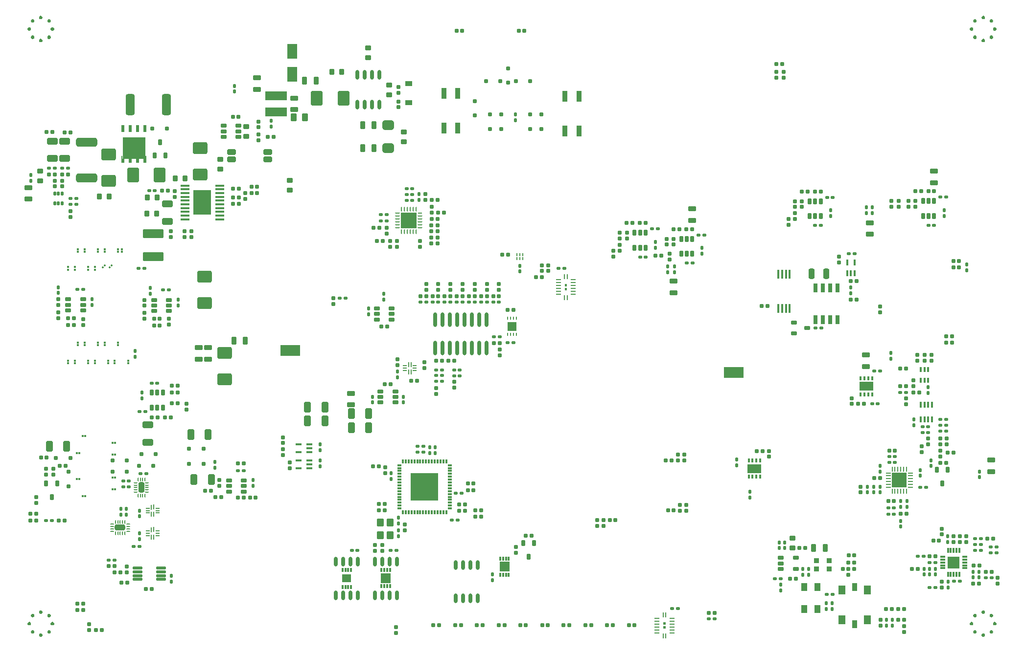
<source format=gbp>
G04*
G04 #@! TF.GenerationSoftware,Altium Limited,Altium Designer,19.1.6 (110)*
G04*
G04 Layer_Color=128*
%FSLAX44Y44*%
%MOMM*%
G71*
G01*
G75*
G04:AMPARAMS|DCode=24|XSize=0.6mm|YSize=0.6mm|CornerRadius=0.06mm|HoleSize=0mm|Usage=FLASHONLY|Rotation=0.000|XOffset=0mm|YOffset=0mm|HoleType=Round|Shape=RoundedRectangle|*
%AMROUNDEDRECTD24*
21,1,0.6000,0.4800,0,0,0.0*
21,1,0.4800,0.6000,0,0,0.0*
1,1,0.1200,0.2400,-0.2400*
1,1,0.1200,-0.2400,-0.2400*
1,1,0.1200,-0.2400,0.2400*
1,1,0.1200,0.2400,0.2400*
%
%ADD24ROUNDEDRECTD24*%
G04:AMPARAMS|DCode=25|XSize=0.5mm|YSize=0.6mm|CornerRadius=0.05mm|HoleSize=0mm|Usage=FLASHONLY|Rotation=270.000|XOffset=0mm|YOffset=0mm|HoleType=Round|Shape=RoundedRectangle|*
%AMROUNDEDRECTD25*
21,1,0.5000,0.5000,0,0,270.0*
21,1,0.4000,0.6000,0,0,270.0*
1,1,0.1000,-0.2500,-0.2000*
1,1,0.1000,-0.2500,0.2000*
1,1,0.1000,0.2500,0.2000*
1,1,0.1000,0.2500,-0.2000*
%
%ADD25ROUNDEDRECTD25*%
%ADD27R,0.2000X0.8100*%
%ADD28R,0.2000X0.9100*%
G04:AMPARAMS|DCode=29|XSize=0.6mm|YSize=0.6mm|CornerRadius=0.06mm|HoleSize=0mm|Usage=FLASHONLY|Rotation=270.000|XOffset=0mm|YOffset=0mm|HoleType=Round|Shape=RoundedRectangle|*
%AMROUNDEDRECTD29*
21,1,0.6000,0.4800,0,0,270.0*
21,1,0.4800,0.6000,0,0,270.0*
1,1,0.1200,-0.2400,-0.2400*
1,1,0.1200,-0.2400,0.2400*
1,1,0.1200,0.2400,0.2400*
1,1,0.1200,0.2400,-0.2400*
%
%ADD29ROUNDEDRECTD29*%
%ADD31R,0.3000X0.3100*%
G04:AMPARAMS|DCode=32|XSize=1mm|YSize=0.9mm|CornerRadius=0.1125mm|HoleSize=0mm|Usage=FLASHONLY|Rotation=180.000|XOffset=0mm|YOffset=0mm|HoleType=Round|Shape=RoundedRectangle|*
%AMROUNDEDRECTD32*
21,1,1.0000,0.6750,0,0,180.0*
21,1,0.7750,0.9000,0,0,180.0*
1,1,0.2250,-0.3875,0.3375*
1,1,0.2250,0.3875,0.3375*
1,1,0.2250,0.3875,-0.3375*
1,1,0.2250,-0.3875,-0.3375*
%
%ADD32ROUNDEDRECTD32*%
G04:AMPARAMS|DCode=40|XSize=0.5mm|YSize=0.6mm|CornerRadius=0.05mm|HoleSize=0mm|Usage=FLASHONLY|Rotation=0.000|XOffset=0mm|YOffset=0mm|HoleType=Round|Shape=RoundedRectangle|*
%AMROUNDEDRECTD40*
21,1,0.5000,0.5000,0,0,0.0*
21,1,0.4000,0.6000,0,0,0.0*
1,1,0.1000,0.2000,-0.2500*
1,1,0.1000,-0.2000,-0.2500*
1,1,0.1000,-0.2000,0.2500*
1,1,0.1000,0.2000,0.2500*
%
%ADD40ROUNDEDRECTD40*%
%ADD67R,3.7000X1.6000*%
G04:AMPARAMS|DCode=70|XSize=1mm|YSize=0.9mm|CornerRadius=0.1125mm|HoleSize=0mm|Usage=FLASHONLY|Rotation=270.000|XOffset=0mm|YOffset=0mm|HoleType=Round|Shape=RoundedRectangle|*
%AMROUNDEDRECTD70*
21,1,1.0000,0.6750,0,0,270.0*
21,1,0.7750,0.9000,0,0,270.0*
1,1,0.2250,-0.3375,-0.3875*
1,1,0.2250,-0.3375,0.3875*
1,1,0.2250,0.3375,0.3875*
1,1,0.2250,0.3375,-0.3875*
%
%ADD70ROUNDEDRECTD70*%
G04:AMPARAMS|DCode=71|XSize=1.8mm|YSize=1.15mm|CornerRadius=0.1438mm|HoleSize=0mm|Usage=FLASHONLY|Rotation=180.000|XOffset=0mm|YOffset=0mm|HoleType=Round|Shape=RoundedRectangle|*
%AMROUNDEDRECTD71*
21,1,1.8000,0.8625,0,0,180.0*
21,1,1.5125,1.1500,0,0,180.0*
1,1,0.2875,-0.7563,0.4313*
1,1,0.2875,0.7563,0.4313*
1,1,0.2875,0.7563,-0.4313*
1,1,0.2875,-0.7563,-0.4313*
%
%ADD71ROUNDEDRECTD71*%
%ADD74R,0.3100X0.3000*%
G04:AMPARAMS|DCode=98|XSize=2.5mm|YSize=2mm|CornerRadius=0.25mm|HoleSize=0mm|Usage=FLASHONLY|Rotation=90.000|XOffset=0mm|YOffset=0mm|HoleType=Round|Shape=RoundedRectangle|*
%AMROUNDEDRECTD98*
21,1,2.5000,1.5000,0,0,90.0*
21,1,2.0000,2.0000,0,0,90.0*
1,1,0.5000,0.7500,1.0000*
1,1,0.5000,0.7500,-1.0000*
1,1,0.5000,-0.7500,-1.0000*
1,1,0.5000,-0.7500,1.0000*
%
%ADD98ROUNDEDRECTD98*%
%ADD99R,3.5000X1.9000*%
G04:AMPARAMS|DCode=100|XSize=0.6mm|YSize=0.7mm|CornerRadius=0.075mm|HoleSize=0mm|Usage=FLASHONLY|Rotation=270.000|XOffset=0mm|YOffset=0mm|HoleType=Round|Shape=RoundedRectangle|*
%AMROUNDEDRECTD100*
21,1,0.6000,0.5500,0,0,270.0*
21,1,0.4500,0.7000,0,0,270.0*
1,1,0.1500,-0.2750,-0.2250*
1,1,0.1500,-0.2750,0.2250*
1,1,0.1500,0.2750,0.2250*
1,1,0.1500,0.2750,-0.2250*
%
%ADD100ROUNDEDRECTD100*%
G04:AMPARAMS|DCode=105|XSize=1.4mm|YSize=1mm|CornerRadius=0.125mm|HoleSize=0mm|Usage=FLASHONLY|Rotation=90.000|XOffset=0mm|YOffset=0mm|HoleType=Round|Shape=RoundedRectangle|*
%AMROUNDEDRECTD105*
21,1,1.4000,0.7500,0,0,90.0*
21,1,1.1500,1.0000,0,0,90.0*
1,1,0.2500,0.3750,0.5750*
1,1,0.2500,0.3750,-0.5750*
1,1,0.2500,-0.3750,-0.5750*
1,1,0.2500,-0.3750,0.5750*
%
%ADD105ROUNDEDRECTD105*%
%ADD191R,2.5000X2.5000*%
%ADD273R,0.7700X0.2000*%
G04:AMPARAMS|DCode=274|XSize=0.6mm|YSize=0.2mm|CornerRadius=0.075mm|HoleSize=0mm|Usage=FLASHONLY|Rotation=90.000|XOffset=0mm|YOffset=0mm|HoleType=Round|Shape=RoundedRectangle|*
%AMROUNDEDRECTD274*
21,1,0.6000,0.0500,0,0,90.0*
21,1,0.4500,0.2000,0,0,90.0*
1,1,0.1500,0.0250,0.2250*
1,1,0.1500,0.0250,-0.2250*
1,1,0.1500,-0.0250,-0.2250*
1,1,0.1500,-0.0250,0.2250*
%
%ADD274ROUNDEDRECTD274*%
G04:AMPARAMS|DCode=275|XSize=0.6mm|YSize=0.2mm|CornerRadius=0.05mm|HoleSize=0mm|Usage=FLASHONLY|Rotation=180.000|XOffset=0mm|YOffset=0mm|HoleType=Round|Shape=RoundedRectangle|*
%AMROUNDEDRECTD275*
21,1,0.6000,0.1000,0,0,180.0*
21,1,0.5000,0.2000,0,0,180.0*
1,1,0.1000,-0.2500,0.0500*
1,1,0.1000,0.2500,0.0500*
1,1,0.1000,0.2500,-0.0500*
1,1,0.1000,-0.2500,-0.0500*
%
%ADD275ROUNDEDRECTD275*%
G04:AMPARAMS|DCode=276|XSize=0.6mm|YSize=0.2mm|CornerRadius=0.075mm|HoleSize=0mm|Usage=FLASHONLY|Rotation=180.000|XOffset=0mm|YOffset=0mm|HoleType=Round|Shape=RoundedRectangle|*
%AMROUNDEDRECTD276*
21,1,0.6000,0.0500,0,0,180.0*
21,1,0.4500,0.2000,0,0,180.0*
1,1,0.1500,-0.2250,0.0250*
1,1,0.1500,0.2250,0.0250*
1,1,0.1500,0.2250,-0.0250*
1,1,0.1500,-0.2250,-0.0250*
%
%ADD276ROUNDEDRECTD276*%
G04:AMPARAMS|DCode=277|XSize=0.2mm|YSize=0.6mm|CornerRadius=0.075mm|HoleSize=0mm|Usage=FLASHONLY|Rotation=180.000|XOffset=0mm|YOffset=0mm|HoleType=Round|Shape=RoundedRectangle|*
%AMROUNDEDRECTD277*
21,1,0.2000,0.4500,0,0,180.0*
21,1,0.0500,0.6000,0,0,180.0*
1,1,0.1500,-0.0250,0.2250*
1,1,0.1500,0.0250,0.2250*
1,1,0.1500,0.0250,-0.2250*
1,1,0.1500,-0.0250,-0.2250*
%
%ADD277ROUNDEDRECTD277*%
G04:AMPARAMS|DCode=278|XSize=1mm|YSize=1.8mm|CornerRadius=0.25mm|HoleSize=0mm|Usage=FLASHONLY|Rotation=180.000|XOffset=0mm|YOffset=0mm|HoleType=Round|Shape=RoundedRectangle|*
%AMROUNDEDRECTD278*
21,1,1.0000,1.3000,0,0,180.0*
21,1,0.5000,1.8000,0,0,180.0*
1,1,0.5000,-0.2500,0.6500*
1,1,0.5000,0.2500,0.6500*
1,1,0.5000,0.2500,-0.6500*
1,1,0.5000,-0.2500,-0.6500*
%
%ADD278ROUNDEDRECTD278*%
G04:AMPARAMS|DCode=279|XSize=0.2mm|YSize=0.6mm|CornerRadius=0.075mm|HoleSize=0mm|Usage=FLASHONLY|Rotation=90.000|XOffset=0mm|YOffset=0mm|HoleType=Round|Shape=RoundedRectangle|*
%AMROUNDEDRECTD279*
21,1,0.2000,0.4500,0,0,90.0*
21,1,0.0500,0.6000,0,0,90.0*
1,1,0.1500,0.2250,0.0250*
1,1,0.1500,0.2250,-0.0250*
1,1,0.1500,-0.2250,-0.0250*
1,1,0.1500,-0.2250,0.0250*
%
%ADD279ROUNDEDRECTD279*%
G04:AMPARAMS|DCode=280|XSize=1mm|YSize=1.8mm|CornerRadius=0.25mm|HoleSize=0mm|Usage=FLASHONLY|Rotation=90.000|XOffset=0mm|YOffset=0mm|HoleType=Round|Shape=RoundedRectangle|*
%AMROUNDEDRECTD280*
21,1,1.0000,1.3000,0,0,90.0*
21,1,0.5000,1.8000,0,0,90.0*
1,1,0.5000,0.6500,0.2500*
1,1,0.5000,0.6500,-0.2500*
1,1,0.5000,-0.6500,-0.2500*
1,1,0.5000,-0.6500,0.2500*
%
%ADD280ROUNDEDRECTD280*%
G04:AMPARAMS|DCode=281|XSize=0.6mm|YSize=0.2mm|CornerRadius=0.05mm|HoleSize=0mm|Usage=FLASHONLY|Rotation=90.000|XOffset=0mm|YOffset=0mm|HoleType=Round|Shape=RoundedRectangle|*
%AMROUNDEDRECTD281*
21,1,0.6000,0.1000,0,0,90.0*
21,1,0.5000,0.2000,0,0,90.0*
1,1,0.1000,0.0500,0.2500*
1,1,0.1000,0.0500,-0.2500*
1,1,0.1000,-0.0500,-0.2500*
1,1,0.1000,-0.0500,0.2500*
%
%ADD281ROUNDEDRECTD281*%
%ADD282R,0.7500X0.2200*%
%ADD283R,0.2200X0.8100*%
%ADD284R,0.2200X0.9100*%
%ADD285R,0.2500X0.5250*%
G04:AMPARAMS|DCode=286|XSize=0.31mm|YSize=0.3mm|CornerRadius=0mm|HoleSize=0mm|Usage=FLASHONLY|Rotation=225.000|XOffset=0mm|YOffset=0mm|HoleType=Round|Shape=Rectangle|*
%AMROTATEDRECTD286*
4,1,4,0.0035,0.2157,0.2157,0.0035,-0.0035,-0.2157,-0.2157,-0.0035,0.0035,0.2157,0.0*
%
%ADD286ROTATEDRECTD286*%

G04:AMPARAMS|DCode=287|XSize=0.6mm|YSize=0.7mm|CornerRadius=0.075mm|HoleSize=0mm|Usage=FLASHONLY|Rotation=0.000|XOffset=0mm|YOffset=0mm|HoleType=Round|Shape=RoundedRectangle|*
%AMROUNDEDRECTD287*
21,1,0.6000,0.5500,0,0,0.0*
21,1,0.4500,0.7000,0,0,0.0*
1,1,0.1500,0.2250,-0.2750*
1,1,0.1500,-0.2250,-0.2750*
1,1,0.1500,-0.2250,0.2750*
1,1,0.1500,0.2250,0.2750*
%
%ADD287ROUNDEDRECTD287*%
G04:AMPARAMS|DCode=288|XSize=1.7mm|YSize=0.45mm|CornerRadius=0.1125mm|HoleSize=0mm|Usage=FLASHONLY|Rotation=180.000|XOffset=0mm|YOffset=0mm|HoleType=Round|Shape=RoundedRectangle|*
%AMROUNDEDRECTD288*
21,1,1.7000,0.2250,0,0,180.0*
21,1,1.4750,0.4500,0,0,180.0*
1,1,0.2250,-0.7375,0.1125*
1,1,0.2250,0.7375,0.1125*
1,1,0.2250,0.7375,-0.1125*
1,1,0.2250,-0.7375,-0.1125*
%
%ADD288ROUNDEDRECTD288*%
G04:AMPARAMS|DCode=289|XSize=1.8mm|YSize=1.15mm|CornerRadius=0.1438mm|HoleSize=0mm|Usage=FLASHONLY|Rotation=270.000|XOffset=0mm|YOffset=0mm|HoleType=Round|Shape=RoundedRectangle|*
%AMROUNDEDRECTD289*
21,1,1.8000,0.8625,0,0,270.0*
21,1,1.5125,1.1500,0,0,270.0*
1,1,0.2875,-0.4313,-0.7563*
1,1,0.2875,-0.4313,0.7563*
1,1,0.2875,0.4313,0.7563*
1,1,0.2875,0.4313,-0.7563*
%
%ADD289ROUNDEDRECTD289*%
%ADD290R,0.3500X1.5000*%
G04:AMPARAMS|DCode=291|XSize=0.6mm|YSize=1mm|CornerRadius=0.075mm|HoleSize=0mm|Usage=FLASHONLY|Rotation=0.000|XOffset=0mm|YOffset=0mm|HoleType=Round|Shape=RoundedRectangle|*
%AMROUNDEDRECTD291*
21,1,0.6000,0.8500,0,0,0.0*
21,1,0.4500,1.0000,0,0,0.0*
1,1,0.1500,0.2250,-0.4250*
1,1,0.1500,-0.2250,-0.4250*
1,1,0.1500,-0.2250,0.4250*
1,1,0.1500,0.2250,0.4250*
%
%ADD291ROUNDEDRECTD291*%
G04:AMPARAMS|DCode=292|XSize=2.5mm|YSize=2mm|CornerRadius=0.25mm|HoleSize=0mm|Usage=FLASHONLY|Rotation=180.000|XOffset=0mm|YOffset=0mm|HoleType=Round|Shape=RoundedRectangle|*
%AMROUNDEDRECTD292*
21,1,2.5000,1.5000,0,0,180.0*
21,1,2.0000,2.0000,0,0,180.0*
1,1,0.5000,-1.0000,0.7500*
1,1,0.5000,1.0000,0.7500*
1,1,0.5000,1.0000,-0.7500*
1,1,0.5000,-1.0000,-0.7500*
%
%ADD292ROUNDEDRECTD292*%
G04:AMPARAMS|DCode=293|XSize=1.3mm|YSize=0.8mm|CornerRadius=0.1mm|HoleSize=0mm|Usage=FLASHONLY|Rotation=90.000|XOffset=0mm|YOffset=0mm|HoleType=Round|Shape=RoundedRectangle|*
%AMROUNDEDRECTD293*
21,1,1.3000,0.6000,0,0,90.0*
21,1,1.1000,0.8000,0,0,90.0*
1,1,0.2000,0.3000,0.5500*
1,1,0.2000,0.3000,-0.5500*
1,1,0.2000,-0.3000,-0.5500*
1,1,0.2000,-0.3000,0.5500*
%
%ADD293ROUNDEDRECTD293*%
G04:AMPARAMS|DCode=294|XSize=0.6mm|YSize=1mm|CornerRadius=0.075mm|HoleSize=0mm|Usage=FLASHONLY|Rotation=90.000|XOffset=0mm|YOffset=0mm|HoleType=Round|Shape=RoundedRectangle|*
%AMROUNDEDRECTD294*
21,1,0.6000,0.8500,0,0,90.0*
21,1,0.4500,1.0000,0,0,90.0*
1,1,0.1500,0.4250,0.2250*
1,1,0.1500,0.4250,-0.2250*
1,1,0.1500,-0.4250,-0.2250*
1,1,0.1500,-0.4250,0.2250*
%
%ADD294ROUNDEDRECTD294*%
G04:AMPARAMS|DCode=295|XSize=1.4mm|YSize=1.2mm|CornerRadius=0.15mm|HoleSize=0mm|Usage=FLASHONLY|Rotation=270.000|XOffset=0mm|YOffset=0mm|HoleType=Round|Shape=RoundedRectangle|*
%AMROUNDEDRECTD295*
21,1,1.4000,0.9000,0,0,270.0*
21,1,1.1000,1.2000,0,0,270.0*
1,1,0.3000,-0.4500,-0.5500*
1,1,0.3000,-0.4500,0.5500*
1,1,0.3000,0.4500,0.5500*
1,1,0.3000,0.4500,-0.5500*
%
%ADD295ROUNDEDRECTD295*%
%ADD296O,0.6000X1.7000*%
%ADD297R,1.7000X1.7000*%
%ADD298R,0.3000X0.6500*%
G04:AMPARAMS|DCode=299|XSize=0.3mm|YSize=0.7mm|CornerRadius=0.075mm|HoleSize=0mm|Usage=FLASHONLY|Rotation=270.000|XOffset=0mm|YOffset=0mm|HoleType=Round|Shape=RoundedRectangle|*
%AMROUNDEDRECTD299*
21,1,0.3000,0.5500,0,0,270.0*
21,1,0.1500,0.7000,0,0,270.0*
1,1,0.1500,-0.2750,-0.0750*
1,1,0.1500,-0.2750,0.0750*
1,1,0.1500,0.2750,0.0750*
1,1,0.1500,0.2750,-0.0750*
%
%ADD299ROUNDEDRECTD299*%
G04:AMPARAMS|DCode=300|XSize=0.3mm|YSize=0.7mm|CornerRadius=0.075mm|HoleSize=0mm|Usage=FLASHONLY|Rotation=0.000|XOffset=0mm|YOffset=0mm|HoleType=Round|Shape=RoundedRectangle|*
%AMROUNDEDRECTD300*
21,1,0.3000,0.5500,0,0,0.0*
21,1,0.1500,0.7000,0,0,0.0*
1,1,0.1500,0.0750,-0.2750*
1,1,0.1500,-0.0750,-0.2750*
1,1,0.1500,-0.0750,0.2750*
1,1,0.1500,0.0750,0.2750*
%
%ADD300ROUNDEDRECTD300*%
%ADD301R,4.7000X4.7000*%
%ADD302R,0.3000X0.7000*%
%ADD303R,1.6000X1.4000*%
G04:AMPARAMS|DCode=304|XSize=1.6mm|YSize=3.65mm|CornerRadius=0.4mm|HoleSize=0mm|Usage=FLASHONLY|Rotation=90.000|XOffset=0mm|YOffset=0mm|HoleType=Round|Shape=RoundedRectangle|*
%AMROUNDEDRECTD304*
21,1,1.6000,2.8500,0,0,90.0*
21,1,0.8000,3.6500,0,0,90.0*
1,1,0.8000,1.4250,0.4000*
1,1,0.8000,1.4250,-0.4000*
1,1,0.8000,-1.4250,-0.4000*
1,1,0.8000,-1.4250,0.4000*
%
%ADD304ROUNDEDRECTD304*%
G04:AMPARAMS|DCode=305|XSize=1mm|YSize=1.5mm|CornerRadius=0.25mm|HoleSize=0mm|Usage=FLASHONLY|Rotation=90.000|XOffset=0mm|YOffset=0mm|HoleType=Round|Shape=RoundedRectangle|*
%AMROUNDEDRECTD305*
21,1,1.0000,1.0000,0,0,90.0*
21,1,0.5000,1.5000,0,0,90.0*
1,1,0.5000,0.5000,0.2500*
1,1,0.5000,0.5000,-0.2500*
1,1,0.5000,-0.5000,-0.2500*
1,1,0.5000,-0.5000,0.2500*
%
%ADD305ROUNDEDRECTD305*%
G04:AMPARAMS|DCode=306|XSize=3.6mm|YSize=1.5mm|CornerRadius=0.1875mm|HoleSize=0mm|Usage=FLASHONLY|Rotation=0.000|XOffset=0mm|YOffset=0mm|HoleType=Round|Shape=RoundedRectangle|*
%AMROUNDEDRECTD306*
21,1,3.6000,1.1250,0,0,0.0*
21,1,3.2250,1.5000,0,0,0.0*
1,1,0.3750,1.6125,-0.5625*
1,1,0.3750,-1.6125,-0.5625*
1,1,0.3750,-1.6125,0.5625*
1,1,0.3750,1.6125,0.5625*
%
%ADD306ROUNDEDRECTD306*%
G04:AMPARAMS|DCode=307|XSize=0.45mm|YSize=0.7mm|CornerRadius=0.0563mm|HoleSize=0mm|Usage=FLASHONLY|Rotation=180.000|XOffset=0mm|YOffset=0mm|HoleType=Round|Shape=RoundedRectangle|*
%AMROUNDEDRECTD307*
21,1,0.4500,0.5875,0,0,180.0*
21,1,0.3375,0.7000,0,0,180.0*
1,1,0.1125,-0.1688,0.2938*
1,1,0.1125,0.1688,0.2938*
1,1,0.1125,0.1688,-0.2938*
1,1,0.1125,-0.1688,-0.2938*
%
%ADD307ROUNDEDRECTD307*%
%ADD308O,0.2500X0.9000*%
%ADD309O,0.9000X0.2500*%
%ADD310R,0.4000X1.0000*%
%ADD311R,2.1000X2.1000*%
%ADD312R,0.8500X0.3000*%
%ADD313R,0.3000X0.8500*%
%ADD314R,0.4000X0.8500*%
%ADD315R,2.3500X1.6000*%
%ADD316R,0.3000X0.7000*%
G04:AMPARAMS|DCode=317|XSize=1.6mm|YSize=3.65mm|CornerRadius=0.4mm|HoleSize=0mm|Usage=FLASHONLY|Rotation=180.000|XOffset=0mm|YOffset=0mm|HoleType=Round|Shape=RoundedRectangle|*
%AMROUNDEDRECTD317*
21,1,1.6000,2.8500,0,0,180.0*
21,1,0.8000,3.6500,0,0,180.0*
1,1,0.8000,-0.4000,1.4250*
1,1,0.8000,0.4000,1.4250*
1,1,0.8000,0.4000,-1.4250*
1,1,0.8000,-0.4000,-1.4250*
%
%ADD317ROUNDEDRECTD317*%
%ADD318R,1.7000X2.5000*%
G04:AMPARAMS|DCode=319|XSize=1.7mm|YSize=2mm|CornerRadius=0.425mm|HoleSize=0mm|Usage=FLASHONLY|Rotation=90.000|XOffset=0mm|YOffset=0mm|HoleType=Round|Shape=RoundedRectangle|*
%AMROUNDEDRECTD319*
21,1,1.7000,1.1500,0,0,90.0*
21,1,0.8500,2.0000,0,0,90.0*
1,1,0.8500,0.5750,0.4250*
1,1,0.8500,0.5750,-0.4250*
1,1,0.8500,-0.5750,-0.4250*
1,1,0.8500,-0.5750,0.4250*
%
%ADD319ROUNDEDRECTD319*%
%ADD320R,1.2000X1.5000*%
%ADD321R,0.9000X1.4000*%
%ADD324R,1.0000X1.3500*%
G04:AMPARAMS|DCode=325|XSize=0.9mm|YSize=0.9mm|CornerRadius=0.1125mm|HoleSize=0mm|Usage=FLASHONLY|Rotation=0.000|XOffset=0mm|YOffset=0mm|HoleType=Round|Shape=RoundedRectangle|*
%AMROUNDEDRECTD325*
21,1,0.9000,0.6750,0,0,0.0*
21,1,0.6750,0.9000,0,0,0.0*
1,1,0.2250,0.3375,-0.3375*
1,1,0.2250,-0.3375,-0.3375*
1,1,0.2250,-0.3375,0.3375*
1,1,0.2250,0.3375,0.3375*
%
%ADD325ROUNDEDRECTD325*%
%ADD326R,1.6000X1.6000*%
%ADD327R,0.2500X0.6250*%
%ADD328R,0.9000X1.8400*%
G04:AMPARAMS|DCode=329|XSize=1.22mm|YSize=0.91mm|CornerRadius=0.1138mm|HoleSize=0mm|Usage=FLASHONLY|Rotation=180.000|XOffset=0mm|YOffset=0mm|HoleType=Round|Shape=RoundedRectangle|*
%AMROUNDEDRECTD329*
21,1,1.2200,0.6825,0,0,180.0*
21,1,0.9925,0.9100,0,0,180.0*
1,1,0.2275,-0.4963,0.3413*
1,1,0.2275,0.4963,0.3413*
1,1,0.2275,0.4963,-0.3413*
1,1,0.2275,-0.4963,-0.3413*
%
%ADD329ROUNDEDRECTD329*%
%ADD330R,0.2500X0.9000*%
%ADD331R,0.9000X0.2500*%
%ADD333O,0.7000X2.5000*%
%ADD334R,3.1000X4.3000*%
%ADD335R,1.6000X0.3600*%
%ADD336R,0.6500X1.5250*%
%ADD337R,0.3600X1.0000*%
%ADD338R,0.2550X0.5000*%
%ADD339R,0.6100X1.2700*%
%ADD340R,0.6100X0.7700*%
%ADD341R,3.9100X3.7500*%
G04:AMPARAMS|DCode=342|XSize=0.2393mm|YSize=0.7811mm|CornerRadius=0.0598mm|HoleSize=0mm|Usage=FLASHONLY|Rotation=180.000|XOffset=0mm|YOffset=0mm|HoleType=Round|Shape=RoundedRectangle|*
%AMROUNDEDRECTD342*
21,1,0.2393,0.6614,0,0,180.0*
21,1,0.1196,0.7811,0,0,180.0*
1,1,0.1196,-0.0598,0.3307*
1,1,0.1196,0.0598,0.3307*
1,1,0.1196,0.0598,-0.3307*
1,1,0.1196,-0.0598,-0.3307*
%
%ADD342ROUNDEDRECTD342*%
G04:AMPARAMS|DCode=343|XSize=0.7811mm|YSize=0.2393mm|CornerRadius=0.0598mm|HoleSize=0mm|Usage=FLASHONLY|Rotation=180.000|XOffset=0mm|YOffset=0mm|HoleType=Round|Shape=RoundedRectangle|*
%AMROUNDEDRECTD343*
21,1,0.7811,0.1196,0,0,180.0*
21,1,0.6614,0.2393,0,0,180.0*
1,1,0.1196,-0.3307,0.0598*
1,1,0.1196,0.3307,0.0598*
1,1,0.1196,0.3307,-0.0598*
1,1,0.1196,-0.3307,-0.0598*
%
%ADD343ROUNDEDRECTD343*%
%ADD344R,0.7811X0.2393*%
%ADD345R,2.7000X2.7000*%
G04:AMPARAMS|DCode=346|XSize=1.3mm|YSize=0.8mm|CornerRadius=0.1mm|HoleSize=0mm|Usage=FLASHONLY|Rotation=180.000|XOffset=0mm|YOffset=0mm|HoleType=Round|Shape=RoundedRectangle|*
%AMROUNDEDRECTD346*
21,1,1.3000,0.6000,0,0,180.0*
21,1,1.1000,0.8000,0,0,180.0*
1,1,0.2000,-0.5500,0.3000*
1,1,0.2000,0.5500,0.3000*
1,1,0.2000,0.5500,-0.3000*
1,1,0.2000,-0.5500,-0.3000*
%
%ADD346ROUNDEDRECTD346*%
%ADD347R,1.0000X0.3600*%
G36*
X945140Y612200D02*
X941140D01*
X941140Y616200D01*
X945140D01*
X945140Y612200D01*
D02*
G37*
G36*
X36699Y57543D02*
X37543Y56699D01*
X38000Y55597D01*
Y55000D01*
Y54403D01*
X37543Y53301D01*
X36699Y52457D01*
X35597Y52000D01*
X34403D01*
X33301Y52457D01*
X32457Y53301D01*
X32000Y54403D01*
Y55000D01*
Y55597D01*
X32457Y56699D01*
X33301Y57543D01*
X34403Y58000D01*
X35597D01*
X36699Y57543D01*
D02*
G37*
G36*
X50841Y51685D02*
X51263Y51263D01*
X51685Y50841D01*
X52142Y49739D01*
Y48545D01*
X51685Y47443D01*
X51263Y47021D01*
X50841Y46599D01*
X49739Y46142D01*
X48545D01*
X47443Y46599D01*
X47021Y47021D01*
X46599Y47443D01*
X46142Y48545D01*
Y49739D01*
X46599Y50841D01*
X47021Y51263D01*
X47443Y51685D01*
X48545Y52142D01*
X49739D01*
X50841Y51685D01*
D02*
G37*
G36*
X22557D02*
X22979Y51263D01*
X23401Y50841D01*
X23858Y49739D01*
Y48545D01*
X23401Y47443D01*
X22979Y47021D01*
X22557Y46599D01*
X21455Y46142D01*
X20261D01*
X19159Y46599D01*
X18736Y47021D01*
X18315Y47443D01*
X17858Y48545D01*
Y49739D01*
X18315Y50841D01*
X18736Y51263D01*
X19159Y51685D01*
X20261Y52142D01*
X21455D01*
X22557Y51685D01*
D02*
G37*
G36*
X56699Y37543D02*
X57543Y36699D01*
X58000Y35597D01*
Y35000D01*
Y34403D01*
X57543Y33301D01*
X56699Y32457D01*
X55597Y32000D01*
X54403D01*
X53301Y32457D01*
X52457Y33301D01*
X52000Y34403D01*
Y35000D01*
Y35597D01*
X52457Y36699D01*
X53301Y37543D01*
X54403Y38000D01*
X55597D01*
X56699Y37543D01*
D02*
G37*
G36*
X16699D02*
X17543Y36699D01*
X18000Y35597D01*
Y35000D01*
Y34403D01*
X17543Y33301D01*
X16699Y32457D01*
X15597Y32000D01*
X14403D01*
X13301Y32457D01*
X12457Y33301D01*
X12000Y34403D01*
Y35000D01*
Y35597D01*
X12457Y36699D01*
X13301Y37543D01*
X14403Y38000D01*
X15597D01*
X16699Y37543D01*
D02*
G37*
G36*
X50841Y23401D02*
X51263Y22979D01*
X51685Y22557D01*
X52142Y21455D01*
Y20261D01*
X51685Y19159D01*
X51263Y18736D01*
X50841Y18315D01*
X49739Y17858D01*
X48545D01*
X47443Y18315D01*
X47021Y18736D01*
X46599Y19159D01*
X46142Y20261D01*
Y21455D01*
X46599Y22557D01*
X47021Y22979D01*
X47443Y23401D01*
X48545Y23858D01*
X49739D01*
X50841Y23401D01*
D02*
G37*
G36*
X22557D02*
X22979Y22979D01*
X23401Y22557D01*
X23858Y21455D01*
Y20261D01*
X23401Y19159D01*
X22979Y18736D01*
X22557Y18315D01*
X21455Y17858D01*
X20261D01*
X19159Y18315D01*
X18736Y18736D01*
X18315Y19159D01*
X17858Y20261D01*
Y21455D01*
X18315Y22557D01*
X18736Y22979D01*
X19159Y23401D01*
X20261Y23858D01*
X21455D01*
X22557Y23401D01*
D02*
G37*
G36*
X36699Y17543D02*
X37543Y16699D01*
X38000Y15597D01*
Y15000D01*
Y14403D01*
X37543Y13301D01*
X36699Y12457D01*
X35597Y12000D01*
X34403D01*
X33301Y12457D01*
X32457Y13301D01*
X32000Y14403D01*
Y15000D01*
Y15597D01*
X32457Y16699D01*
X33301Y17543D01*
X34403Y18000D01*
X35597D01*
X36699Y17543D01*
D02*
G37*
G36*
Y1087543D02*
X37543Y1086699D01*
X38000Y1085597D01*
Y1085000D01*
Y1084403D01*
X37543Y1083301D01*
X36699Y1082457D01*
X35597Y1082000D01*
X34403D01*
X33301Y1082457D01*
X32457Y1083301D01*
X32000Y1084403D01*
Y1085000D01*
Y1085597D01*
X32457Y1086699D01*
X33301Y1087543D01*
X34403Y1088000D01*
X35597D01*
X36699Y1087543D01*
D02*
G37*
G36*
X50841Y1081685D02*
X51263Y1081264D01*
X51685Y1080842D01*
X52142Y1079739D01*
Y1078545D01*
X51685Y1077443D01*
X51263Y1077021D01*
X50841Y1076599D01*
X49739Y1076142D01*
X48545D01*
X47443Y1076599D01*
X47021Y1077021D01*
X46599Y1077443D01*
X46142Y1078545D01*
Y1079739D01*
X46599Y1080842D01*
X47021Y1081264D01*
X47443Y1081685D01*
X48545Y1082142D01*
X49739D01*
X50841Y1081685D01*
D02*
G37*
G36*
X22557D02*
X22979Y1081264D01*
X23401Y1080842D01*
X23858Y1079739D01*
Y1078545D01*
X23401Y1077443D01*
X22979Y1077021D01*
X22557Y1076599D01*
X21455Y1076142D01*
X20261D01*
X19159Y1076599D01*
X18736Y1077021D01*
X18315Y1077443D01*
X17858Y1078545D01*
Y1079739D01*
X18315Y1080842D01*
X18736Y1081264D01*
X19159Y1081685D01*
X20261Y1082142D01*
X21455D01*
X22557Y1081685D01*
D02*
G37*
G36*
X56699Y1067543D02*
X57543Y1066699D01*
X58000Y1065597D01*
Y1065000D01*
Y1064403D01*
X57543Y1063301D01*
X56699Y1062457D01*
X55597Y1062000D01*
X54403D01*
X53301Y1062457D01*
X52457Y1063301D01*
X52000Y1064403D01*
Y1065000D01*
Y1065597D01*
X52457Y1066699D01*
X53301Y1067543D01*
X54403Y1068000D01*
X55597D01*
X56699Y1067543D01*
D02*
G37*
G36*
X16699D02*
X17543Y1066699D01*
X18000Y1065597D01*
Y1065000D01*
Y1064403D01*
X17543Y1063301D01*
X16699Y1062457D01*
X15597Y1062000D01*
X14403D01*
X13301Y1062457D01*
X12457Y1063301D01*
X12000Y1064403D01*
Y1065000D01*
Y1065597D01*
X12457Y1066699D01*
X13301Y1067543D01*
X14403Y1068000D01*
X15597D01*
X16699Y1067543D01*
D02*
G37*
G36*
X50841Y1053401D02*
X51263Y1052979D01*
X51685Y1052557D01*
X52142Y1051455D01*
Y1050261D01*
X51685Y1049158D01*
X51263Y1048736D01*
X50841Y1048315D01*
X49739Y1047858D01*
X48545D01*
X47443Y1048315D01*
X47021Y1048736D01*
X46599Y1049158D01*
X46142Y1050261D01*
Y1051455D01*
X46599Y1052557D01*
X47021Y1052979D01*
X47443Y1053401D01*
X48545Y1053858D01*
X49739D01*
X50841Y1053401D01*
D02*
G37*
G36*
X22557D02*
X22979Y1052979D01*
X23401Y1052557D01*
X23858Y1051455D01*
Y1050261D01*
X23401Y1049158D01*
X22979Y1048736D01*
X22557Y1048315D01*
X21455Y1047858D01*
X20261D01*
X19159Y1048315D01*
X18736Y1048736D01*
X18315Y1049158D01*
X17858Y1050261D01*
Y1051455D01*
X18315Y1052557D01*
X18736Y1052979D01*
X19159Y1053401D01*
X20261Y1053858D01*
X21455D01*
X22557Y1053401D01*
D02*
G37*
G36*
X36699Y1047543D02*
X37543Y1046699D01*
X38000Y1045597D01*
Y1045000D01*
Y1044403D01*
X37543Y1043301D01*
X36699Y1042457D01*
X35597Y1042000D01*
X34403D01*
X33301Y1042457D01*
X32457Y1043301D01*
X32000Y1044403D01*
Y1045000D01*
Y1045597D01*
X32457Y1046699D01*
X33301Y1047543D01*
X34403Y1048000D01*
X35597D01*
X36699Y1047543D01*
D02*
G37*
G36*
X945140Y619200D02*
X941140D01*
Y623200D01*
X945140D01*
Y619200D01*
D02*
G37*
G36*
X1666699Y1087543D02*
X1667543Y1086699D01*
X1668000Y1085597D01*
Y1085000D01*
Y1084403D01*
X1667543Y1083301D01*
X1666699Y1082457D01*
X1665597Y1082000D01*
X1664403D01*
X1663301Y1082457D01*
X1662457Y1083301D01*
X1662000Y1084403D01*
Y1085000D01*
Y1085597D01*
X1662457Y1086699D01*
X1663301Y1087543D01*
X1664403Y1088000D01*
X1665597D01*
X1666699Y1087543D01*
D02*
G37*
G36*
X1680842Y1081685D02*
X1681263Y1081264D01*
X1681685Y1080842D01*
X1682142Y1079739D01*
Y1078545D01*
X1681685Y1077443D01*
X1681263Y1077021D01*
X1680842Y1076599D01*
X1679739Y1076142D01*
X1678545D01*
X1677443Y1076599D01*
X1677021Y1077021D01*
X1676599Y1077443D01*
X1676142Y1078545D01*
Y1079739D01*
X1676599Y1080842D01*
X1677021Y1081264D01*
X1677443Y1081685D01*
X1678545Y1082142D01*
X1679739D01*
X1680842Y1081685D01*
D02*
G37*
G36*
X1652557D02*
X1652979Y1081264D01*
X1653401Y1080842D01*
X1653858Y1079739D01*
Y1078545D01*
X1653401Y1077443D01*
X1652979Y1077021D01*
X1652557Y1076599D01*
X1651455Y1076142D01*
X1650261D01*
X1649158Y1076599D01*
X1648737Y1077021D01*
X1648315Y1077443D01*
X1647858Y1078545D01*
Y1079739D01*
X1648315Y1080842D01*
X1648737Y1081264D01*
X1649158Y1081685D01*
X1650261Y1082142D01*
X1651455D01*
X1652557Y1081685D01*
D02*
G37*
G36*
X1686699Y1067543D02*
X1687543Y1066699D01*
X1688000Y1065597D01*
Y1065000D01*
Y1064403D01*
X1687543Y1063301D01*
X1686699Y1062457D01*
X1685597Y1062000D01*
X1684403D01*
X1683301Y1062457D01*
X1682457Y1063301D01*
X1682000Y1064403D01*
Y1065000D01*
Y1065597D01*
X1682457Y1066699D01*
X1683301Y1067543D01*
X1684403Y1068000D01*
X1685597D01*
X1686699Y1067543D01*
D02*
G37*
G36*
X1646699D02*
X1647543Y1066699D01*
X1648000Y1065597D01*
Y1065000D01*
Y1064403D01*
X1647543Y1063301D01*
X1646699Y1062457D01*
X1645597Y1062000D01*
X1644403D01*
X1643301Y1062457D01*
X1642457Y1063301D01*
X1642000Y1064403D01*
Y1065000D01*
Y1065597D01*
X1642457Y1066699D01*
X1643301Y1067543D01*
X1644403Y1068000D01*
X1645597D01*
X1646699Y1067543D01*
D02*
G37*
G36*
X1680842Y1053401D02*
X1681263Y1052979D01*
X1681685Y1052557D01*
X1682142Y1051455D01*
Y1050261D01*
X1681685Y1049158D01*
X1681263Y1048736D01*
X1680842Y1048315D01*
X1679739Y1047858D01*
X1678545D01*
X1677443Y1048315D01*
X1677021Y1048736D01*
X1676599Y1049158D01*
X1676142Y1050261D01*
Y1051455D01*
X1676599Y1052557D01*
X1677021Y1052979D01*
X1677443Y1053401D01*
X1678545Y1053858D01*
X1679739D01*
X1680842Y1053401D01*
D02*
G37*
G36*
X1652557D02*
X1652979Y1052979D01*
X1653401Y1052557D01*
X1653858Y1051455D01*
Y1050261D01*
X1653401Y1049158D01*
X1652979Y1048736D01*
X1652557Y1048315D01*
X1651455Y1047858D01*
X1650261D01*
X1649158Y1048315D01*
X1648737Y1048736D01*
X1648315Y1049158D01*
X1647858Y1050261D01*
Y1051455D01*
X1648315Y1052557D01*
X1648737Y1052979D01*
X1649158Y1053401D01*
X1650261Y1053858D01*
X1651455D01*
X1652557Y1053401D01*
D02*
G37*
G36*
X1666699Y1047543D02*
X1667543Y1046699D01*
X1668000Y1045597D01*
Y1045000D01*
Y1044403D01*
X1667543Y1043301D01*
X1666699Y1042457D01*
X1665597Y1042000D01*
X1664403D01*
X1663301Y1042457D01*
X1662457Y1043301D01*
X1662000Y1044403D01*
Y1045000D01*
Y1045597D01*
X1662457Y1046699D01*
X1663301Y1047543D01*
X1664403Y1048000D01*
X1665597D01*
X1666699Y1047543D01*
D02*
G37*
G36*
Y57543D02*
X1667543Y56699D01*
X1668000Y55597D01*
Y55000D01*
Y54403D01*
X1667543Y53301D01*
X1666699Y52457D01*
X1665597Y52000D01*
X1664403D01*
X1663301Y52457D01*
X1662457Y53301D01*
X1662000Y54403D01*
Y55000D01*
Y55597D01*
X1662457Y56699D01*
X1663301Y57543D01*
X1664403Y58000D01*
X1665597D01*
X1666699Y57543D01*
D02*
G37*
G36*
X1680842Y51685D02*
X1681263Y51263D01*
X1681685Y50841D01*
X1682142Y49739D01*
Y48545D01*
X1681685Y47443D01*
X1681263Y47021D01*
X1680842Y46599D01*
X1679739Y46142D01*
X1678545D01*
X1677443Y46599D01*
X1677021Y47021D01*
X1676599Y47443D01*
X1676142Y48545D01*
Y49739D01*
X1676599Y50841D01*
X1677021Y51263D01*
X1677443Y51685D01*
X1678545Y52142D01*
X1679739D01*
X1680842Y51685D01*
D02*
G37*
G36*
X1652557D02*
X1652979Y51263D01*
X1653401Y50841D01*
X1653858Y49739D01*
Y48545D01*
X1653401Y47443D01*
X1652979Y47021D01*
X1652557Y46599D01*
X1651455Y46142D01*
X1650261D01*
X1649158Y46599D01*
X1648737Y47021D01*
X1648315Y47443D01*
X1647858Y48545D01*
Y49739D01*
X1648315Y50841D01*
X1648737Y51263D01*
X1649158Y51685D01*
X1650261Y52142D01*
X1651455D01*
X1652557Y51685D01*
D02*
G37*
G36*
X1115750Y33340D02*
X1111750D01*
Y37340D01*
X1115750D01*
Y33340D01*
D02*
G37*
G36*
X1686699Y37543D02*
X1687543Y36699D01*
X1688000Y35597D01*
Y35000D01*
Y34403D01*
X1687543Y33301D01*
X1686699Y32457D01*
X1685597Y32000D01*
X1684403D01*
X1683301Y32457D01*
X1682457Y33301D01*
X1682000Y34403D01*
Y35000D01*
Y35597D01*
X1682457Y36699D01*
X1683301Y37543D01*
X1684403Y38000D01*
X1685597D01*
X1686699Y37543D01*
D02*
G37*
G36*
X1646699D02*
X1647543Y36699D01*
X1648000Y35597D01*
Y35000D01*
Y34403D01*
X1647543Y33301D01*
X1646699Y32457D01*
X1645597Y32000D01*
X1644403D01*
X1643301Y32457D01*
X1642457Y33301D01*
X1642000Y34403D01*
Y35000D01*
Y35597D01*
X1642457Y36699D01*
X1643301Y37543D01*
X1644403Y38000D01*
X1645597D01*
X1646699Y37543D01*
D02*
G37*
G36*
X1115750Y26340D02*
X1111750D01*
Y30340D01*
X1115750D01*
Y26340D01*
D02*
G37*
G36*
X1680842Y23401D02*
X1681263Y22979D01*
X1681685Y22557D01*
X1682142Y21455D01*
Y20261D01*
X1681685Y19159D01*
X1681263Y18736D01*
X1680842Y18315D01*
X1679739Y17858D01*
X1678545D01*
X1677443Y18315D01*
X1677021Y18736D01*
X1676599Y19159D01*
X1676142Y20261D01*
Y21455D01*
X1676599Y22557D01*
X1677021Y22979D01*
X1677443Y23401D01*
X1678545Y23858D01*
X1679739D01*
X1680842Y23401D01*
D02*
G37*
G36*
X1652557D02*
X1652979Y22979D01*
X1653401Y22557D01*
X1653858Y21455D01*
Y20261D01*
X1653401Y19159D01*
X1652979Y18736D01*
X1652557Y18315D01*
X1651455Y17858D01*
X1650261D01*
X1649158Y18315D01*
X1648737Y18736D01*
X1648315Y19159D01*
X1647858Y20261D01*
Y21455D01*
X1648315Y22557D01*
X1648737Y22979D01*
X1649158Y23401D01*
X1650261Y23858D01*
X1651455D01*
X1652557Y23401D01*
D02*
G37*
G36*
X1666699Y17543D02*
X1667543Y16699D01*
X1668000Y15597D01*
Y15000D01*
Y14403D01*
X1667543Y13301D01*
X1666699Y12457D01*
X1665597Y12000D01*
X1664403D01*
X1663301Y12457D01*
X1662457Y13301D01*
X1662000Y14403D01*
Y15000D01*
Y15597D01*
X1662457Y16699D01*
X1663301Y17543D01*
X1664403Y18000D01*
X1665597D01*
X1666699Y17543D01*
D02*
G37*
D24*
X118750Y23750D02*
D03*
Y33750D02*
D03*
X652000Y492500D02*
D03*
Y482500D02*
D03*
X698628Y487500D02*
D03*
Y477500D02*
D03*
X183500Y123750D02*
D03*
Y133750D02*
D03*
X1415750Y670750D02*
D03*
Y660750D02*
D03*
X630750Y295750D02*
D03*
Y305750D02*
D03*
X653250Y954500D02*
D03*
Y964500D02*
D03*
X1506250Y767000D02*
D03*
Y757000D02*
D03*
X1518500D02*
D03*
Y767000D02*
D03*
X1294250Y324000D02*
D03*
Y334000D02*
D03*
X700161Y778951D02*
D03*
Y768951D02*
D03*
X901750Y655750D02*
D03*
Y645750D02*
D03*
X912750Y655750D02*
D03*
Y645750D02*
D03*
X1122500Y665500D02*
D03*
Y675500D02*
D03*
X1025500Y671000D02*
D03*
Y681000D02*
D03*
X1036500Y681000D02*
D03*
Y691000D02*
D03*
X1328250Y725750D02*
D03*
Y735750D02*
D03*
X1339250Y735750D02*
D03*
Y745750D02*
D03*
X1591000Y324500D02*
D03*
Y334500D02*
D03*
X749760Y443600D02*
D03*
Y453600D02*
D03*
X465750Y314500D02*
D03*
Y304500D02*
D03*
X454000Y336750D02*
D03*
Y326750D02*
D03*
Y347750D02*
D03*
Y357750D02*
D03*
X44250Y293000D02*
D03*
Y303000D02*
D03*
X56500Y293000D02*
D03*
Y303000D02*
D03*
X343870Y283370D02*
D03*
Y273370D02*
D03*
X664250Y196500D02*
D03*
Y206500D02*
D03*
X856849Y167897D02*
D03*
X856849Y157897D02*
D03*
X625400Y161150D02*
D03*
Y171150D02*
D03*
X612700Y161150D02*
D03*
Y171150D02*
D03*
X1307500Y980750D02*
D03*
Y990750D02*
D03*
X1319750Y980750D02*
D03*
Y990750D02*
D03*
X701510Y623350D02*
D03*
Y613350D02*
D03*
X722510Y623350D02*
D03*
Y613350D02*
D03*
X743510Y623350D02*
D03*
Y613350D02*
D03*
X829000Y500000D02*
D03*
Y510000D02*
D03*
X1008000Y214000D02*
D03*
Y204000D02*
D03*
X997000D02*
D03*
Y214000D02*
D03*
X1575737Y500494D02*
D03*
Y490494D02*
D03*
X1563487Y500494D02*
D03*
Y490494D02*
D03*
X541000Y599000D02*
D03*
Y589000D02*
D03*
X1136750Y317750D02*
D03*
Y327750D02*
D03*
X1147750Y317750D02*
D03*
Y327750D02*
D03*
X1140750Y230750D02*
D03*
Y240750D02*
D03*
X1151750Y230750D02*
D03*
Y240750D02*
D03*
X649101Y28525D02*
D03*
Y18525D02*
D03*
X26750Y243750D02*
D03*
Y253750D02*
D03*
X1486500Y584500D02*
D03*
Y574500D02*
D03*
X1551237Y500494D02*
D03*
Y490494D02*
D03*
X108000Y552000D02*
D03*
Y562000D02*
D03*
X65100Y574230D02*
D03*
Y564230D02*
D03*
X65100Y596730D02*
D03*
Y586730D02*
D03*
X86500Y749520D02*
D03*
Y739520D02*
D03*
X1438000Y425500D02*
D03*
Y415500D02*
D03*
X266750Y784250D02*
D03*
Y774250D02*
D03*
X260000Y704500D02*
D03*
Y714500D02*
D03*
X295750Y704500D02*
D03*
Y714500D02*
D03*
X283464Y704536D02*
D03*
Y714536D02*
D03*
X388250Y780750D02*
D03*
Y770750D02*
D03*
X411545Y882475D02*
D03*
Y872475D02*
D03*
X411500Y894750D02*
D03*
Y904750D02*
D03*
X213850Y595730D02*
D03*
Y585730D02*
D03*
X256750Y553380D02*
D03*
Y563380D02*
D03*
X213850Y573230D02*
D03*
Y563230D02*
D03*
X653250Y939500D02*
D03*
Y929500D02*
D03*
X721661Y693451D02*
D03*
Y703451D02*
D03*
X710661Y724701D02*
D03*
Y714701D02*
D03*
X721661Y724701D02*
D03*
Y714701D02*
D03*
X711161Y746701D02*
D03*
Y756701D02*
D03*
X710661Y693451D02*
D03*
Y703451D02*
D03*
X651161Y697951D02*
D03*
Y687951D02*
D03*
X632911Y710701D02*
D03*
Y720701D02*
D03*
X691161Y687951D02*
D03*
Y697951D02*
D03*
X638911Y687951D02*
D03*
Y697951D02*
D03*
X286830Y405800D02*
D03*
Y415800D02*
D03*
X1601987Y345744D02*
D03*
Y355744D02*
D03*
X1531397Y414894D02*
D03*
X1531397Y424894D02*
D03*
X1590987Y355744D02*
D03*
X1590987Y345744D02*
D03*
X1558487Y342394D02*
D03*
Y332394D02*
D03*
X1569994Y345750D02*
D03*
Y355750D02*
D03*
X1544647Y456494D02*
D03*
Y446494D02*
D03*
X72000Y802250D02*
D03*
Y792250D02*
D03*
X59000Y802250D02*
D03*
Y792250D02*
D03*
X718760Y442850D02*
D03*
Y432850D02*
D03*
X764510Y613350D02*
D03*
Y623350D02*
D03*
X785510Y613350D02*
D03*
Y623350D02*
D03*
X806510Y613350D02*
D03*
Y623350D02*
D03*
X827510Y613350D02*
D03*
Y623350D02*
D03*
X1593000Y97750D02*
D03*
Y107750D02*
D03*
X1689990Y104500D02*
D03*
Y114500D02*
D03*
X1636000Y186500D02*
D03*
Y176500D02*
D03*
X1593000Y189500D02*
D03*
Y199500D02*
D03*
X1614000Y176500D02*
D03*
Y186500D02*
D03*
X1625000Y176500D02*
D03*
Y186500D02*
D03*
X1452750Y272250D02*
D03*
Y262250D02*
D03*
X1487400Y41650D02*
D03*
Y31650D02*
D03*
X1432000Y119750D02*
D03*
Y129750D02*
D03*
X1528400Y20650D02*
D03*
Y30650D02*
D03*
X1535630Y757000D02*
D03*
Y767000D02*
D03*
X1547880D02*
D03*
Y757000D02*
D03*
X1339250Y756725D02*
D03*
X1339250Y766725D02*
D03*
X1351500D02*
D03*
Y756725D02*
D03*
X1117150Y691600D02*
D03*
X1117150Y701600D02*
D03*
X1129400D02*
D03*
Y691600D02*
D03*
X1036380Y702000D02*
D03*
Y712000D02*
D03*
X1048630D02*
D03*
Y702000D02*
D03*
D25*
X1590981Y368644D02*
D03*
X1600981D02*
D03*
Y378644D02*
D03*
X1590981D02*
D03*
X217500Y295000D02*
D03*
X207500D02*
D03*
X177500Y281750D02*
D03*
X187500D02*
D03*
X177500Y271750D02*
D03*
X187500D02*
D03*
X152500Y145250D02*
D03*
X162500D02*
D03*
X205500Y168250D02*
D03*
X195500D02*
D03*
X755750Y214750D02*
D03*
X745750D02*
D03*
X762500Y260500D02*
D03*
X752500D02*
D03*
X687000Y331750D02*
D03*
X697000D02*
D03*
X696750Y342500D02*
D03*
X686750D02*
D03*
X213750Y650250D02*
D03*
X203750D02*
D03*
X1600981Y388644D02*
D03*
X1590981D02*
D03*
X386250Y299850D02*
D03*
X376250D02*
D03*
X582750Y161750D02*
D03*
X572750D02*
D03*
X650250D02*
D03*
X640250D02*
D03*
X733510Y591850D02*
D03*
X743510D02*
D03*
X667661Y788451D02*
D03*
X677661D02*
D03*
Y778451D02*
D03*
X667661D02*
D03*
Y768451D02*
D03*
X677661D02*
D03*
X1510750Y235750D02*
D03*
X1500750D02*
D03*
X1510750Y224500D02*
D03*
X1500750D02*
D03*
X722510Y591850D02*
D03*
X712510D02*
D03*
X829000Y531500D02*
D03*
X819000D02*
D03*
X701510Y591850D02*
D03*
X691510D02*
D03*
X940500Y650000D02*
D03*
X930500D02*
D03*
X562000Y599000D02*
D03*
X552000D02*
D03*
X1200250Y43050D02*
D03*
X1190250D02*
D03*
X1126750Y61250D02*
D03*
X1136750D02*
D03*
X1651000Y162000D02*
D03*
X1661000D02*
D03*
X1512500Y324500D02*
D03*
X1502500D02*
D03*
X1512500Y314500D02*
D03*
X1502500D02*
D03*
X1472750Y415500D02*
D03*
X1482750D02*
D03*
X1442854Y675500D02*
D03*
X1432854D02*
D03*
X98000Y613730D02*
D03*
X108000D02*
D03*
X852500Y521490D02*
D03*
X842500D02*
D03*
X1384700Y546880D02*
D03*
X1374700D02*
D03*
X1476500Y472250D02*
D03*
X1486500D02*
D03*
X222250Y785000D02*
D03*
X232250D02*
D03*
X256750Y612730D02*
D03*
X246750D02*
D03*
X632911Y743701D02*
D03*
X622911D02*
D03*
X632911Y732451D02*
D03*
X622911D02*
D03*
X226580Y451150D02*
D03*
X236580D02*
D03*
X216100Y402650D02*
D03*
X206100D02*
D03*
X1531397Y435494D02*
D03*
X1521397D02*
D03*
X1569987Y366244D02*
D03*
X1559987D02*
D03*
X1559994Y376297D02*
D03*
X1569994D02*
D03*
X82000Y823750D02*
D03*
X72000D02*
D03*
X59000D02*
D03*
X49000D02*
D03*
X86525Y761245D02*
D03*
X96525D02*
D03*
X96500Y771250D02*
D03*
X86500D02*
D03*
X749760Y464350D02*
D03*
X759760Y464350D02*
D03*
X754510Y591850D02*
D03*
X764510D02*
D03*
X775510Y591850D02*
D03*
X785510D02*
D03*
X796510Y591850D02*
D03*
X806510D02*
D03*
X817510Y591850D02*
D03*
X827510D02*
D03*
X759760Y474350D02*
D03*
X749760D02*
D03*
X718760Y454600D02*
D03*
X728760D02*
D03*
X718760Y464600D02*
D03*
X728760D02*
D03*
X718760Y474600D02*
D03*
X728760D02*
D03*
X1661000Y182000D02*
D03*
X1651000D02*
D03*
X1572000Y97750D02*
D03*
X1582000D02*
D03*
X1651000Y172000D02*
D03*
X1661000D02*
D03*
X1678250Y158000D02*
D03*
X1688250D02*
D03*
Y168000D02*
D03*
X1678250D02*
D03*
X1572000Y141000D02*
D03*
X1582000D02*
D03*
X1552000Y152000D02*
D03*
X1562000D02*
D03*
X1679490Y114500D02*
D03*
X1669490D02*
D03*
X1624500Y108250D02*
D03*
X1614500D02*
D03*
X1556000Y271000D02*
D03*
X1566000D02*
D03*
X1394250Y85250D02*
D03*
X1404250D02*
D03*
X1314750Y113000D02*
D03*
X1304750D02*
D03*
X1570230Y725150D02*
D03*
X1580230Y725150D02*
D03*
X1601230Y773650D02*
D03*
X1591230D02*
D03*
X1374370Y724875D02*
D03*
X1384370D02*
D03*
X1404850Y773375D02*
D03*
X1394850D02*
D03*
X1152270Y659750D02*
D03*
X1162270D02*
D03*
X1182750Y708250D02*
D03*
X1172750Y708250D02*
D03*
X1071500Y670150D02*
D03*
X1081500D02*
D03*
X1101980Y718650D02*
D03*
X1091980D02*
D03*
X53750Y213250D02*
D03*
X43750D02*
D03*
D27*
X226250Y185000D02*
D03*
X230250D02*
D03*
Y198000D02*
D03*
X226250Y224250D02*
D03*
X230250D02*
D03*
Y237250D02*
D03*
D28*
X226250Y197500D02*
D03*
Y236750D02*
D03*
D29*
X130122Y23736D02*
D03*
X140122D02*
D03*
X676000Y455500D02*
D03*
X686000D02*
D03*
X833500Y674500D02*
D03*
X843500D02*
D03*
X1292000Y585000D02*
D03*
X1282000D02*
D03*
X152500Y134750D02*
D03*
X162500D02*
D03*
Y123750D02*
D03*
X172500D02*
D03*
X174500Y106000D02*
D03*
X184500D02*
D03*
X217000Y95000D02*
D03*
X227000D02*
D03*
X609750Y307250D02*
D03*
X619750D02*
D03*
X786500Y231000D02*
D03*
X796500D02*
D03*
X786500Y220500D02*
D03*
X796500D02*
D03*
X98250Y69750D02*
D03*
X108250D02*
D03*
X1531397Y476750D02*
D03*
X1521397D02*
D03*
X376250Y253285D02*
D03*
X386250D02*
D03*
X386250Y312750D02*
D03*
X376250D02*
D03*
X1273250Y334000D02*
D03*
X1283250D02*
D03*
X718760Y490100D02*
D03*
X728760D02*
D03*
X711161Y768951D02*
D03*
X721161D02*
D03*
X901750Y634750D02*
D03*
X891750D02*
D03*
X77500Y308750D02*
D03*
X67500D02*
D03*
X1108250Y672000D02*
D03*
X1098250D02*
D03*
X1591000Y313500D02*
D03*
X1601000D02*
D03*
X1613750Y331250D02*
D03*
X1603750D02*
D03*
X329250Y264750D02*
D03*
X319250D02*
D03*
X337000Y253750D02*
D03*
X347000D02*
D03*
X406665Y253285D02*
D03*
X396665D02*
D03*
X758750Y241750D02*
D03*
X768750D02*
D03*
X629750Y231500D02*
D03*
X619750D02*
D03*
X629750Y242500D02*
D03*
X619750D02*
D03*
X783500Y266250D02*
D03*
X773500D02*
D03*
X768750Y230750D02*
D03*
X758750D02*
D03*
X783500Y278250D02*
D03*
X773500D02*
D03*
X98250Y58750D02*
D03*
X108250D02*
D03*
X1317500Y1004500D02*
D03*
X1307500D02*
D03*
X1510750Y247500D02*
D03*
X1500750D02*
D03*
X1613321Y662821D02*
D03*
X1623321D02*
D03*
X1613321Y651821D02*
D03*
X1623321D02*
D03*
X1432250Y153000D02*
D03*
X1442250D02*
D03*
X691510Y602350D02*
D03*
X701510D02*
D03*
X712510Y602350D02*
D03*
X722510D02*
D03*
X733510D02*
D03*
X743510D02*
D03*
X829000Y521000D02*
D03*
X819000D02*
D03*
X884099Y186897D02*
D03*
X874099D02*
D03*
X1125750Y317750D02*
D03*
X1115750D02*
D03*
X1129750Y231000D02*
D03*
X1119750D02*
D03*
X1019000Y214000D02*
D03*
X1029000D02*
D03*
X1190250Y53550D02*
D03*
X1200250D02*
D03*
X26750Y213250D02*
D03*
X16750D02*
D03*
X26750Y225780D02*
D03*
X16750D02*
D03*
X754000Y1062250D02*
D03*
X764000D02*
D03*
X861500D02*
D03*
X871500D02*
D03*
X1601000Y532500D02*
D03*
X1611000D02*
D03*
X1601000Y521500D02*
D03*
X1611000D02*
D03*
X1512500Y335000D02*
D03*
X1502500D02*
D03*
X630250Y449720D02*
D03*
X640250D02*
D03*
X634000Y549530D02*
D03*
X624000D02*
D03*
X1436250Y596000D02*
D03*
X1446250D02*
D03*
X1436250Y628000D02*
D03*
X1446250D02*
D03*
X92000Y552130D02*
D03*
X82000D02*
D03*
X82000Y564380D02*
D03*
X92000D02*
D03*
X842500Y578510D02*
D03*
X852500D02*
D03*
X1459000Y415500D02*
D03*
X1449000D02*
D03*
X377125Y912625D02*
D03*
X367125D02*
D03*
X254500Y785000D02*
D03*
X244500D02*
D03*
X377250Y788500D02*
D03*
X367250D02*
D03*
X377250Y773000D02*
D03*
X367250D02*
D03*
X399250Y791750D02*
D03*
X409250D02*
D03*
X399250Y780750D02*
D03*
X409250D02*
D03*
X437500Y878500D02*
D03*
X427500D02*
D03*
X367250Y762000D02*
D03*
X377250D02*
D03*
X240750Y551130D02*
D03*
X230750D02*
D03*
X230750Y563380D02*
D03*
X240750D02*
D03*
X610661Y720701D02*
D03*
X620661D02*
D03*
X616661Y697951D02*
D03*
X626661D02*
D03*
X722161Y746701D02*
D03*
X732161D02*
D03*
X711361Y735750D02*
D03*
X721361D02*
D03*
X237100Y392400D02*
D03*
X227100D02*
D03*
X259600Y392400D02*
D03*
X249600D02*
D03*
X261580Y435300D02*
D03*
X271580D02*
D03*
X261580Y447550D02*
D03*
X271580D02*
D03*
X261580Y416800D02*
D03*
X271580D02*
D03*
X1531397Y446594D02*
D03*
X1521397D02*
D03*
X1554647Y435494D02*
D03*
X1544647D02*
D03*
X72000Y813250D02*
D03*
X82000D02*
D03*
X86250Y886000D02*
D03*
X76250Y886000D02*
D03*
X49000Y813250D02*
D03*
X59000D02*
D03*
X54750Y886250D02*
D03*
X44750D02*
D03*
X749735Y490105D02*
D03*
X739735D02*
D03*
X764510Y602350D02*
D03*
X754510D02*
D03*
X785510Y602350D02*
D03*
X775510D02*
D03*
X806510Y602350D02*
D03*
X796510D02*
D03*
X817510Y602350D02*
D03*
X827510D02*
D03*
X1552000Y130000D02*
D03*
X1542000D02*
D03*
X1672250Y182000D02*
D03*
X1682250D02*
D03*
X1578640Y178400D02*
D03*
X1588640D02*
D03*
X1679490Y125000D02*
D03*
X1669490D02*
D03*
X1572000Y152000D02*
D03*
X1582000D02*
D03*
X1658490Y136000D02*
D03*
X1648490D02*
D03*
X1647990Y104000D02*
D03*
X1657990D02*
D03*
X1522500Y225250D02*
D03*
X1532500D02*
D03*
X1486500Y287500D02*
D03*
X1476500D02*
D03*
X1432000Y140750D02*
D03*
X1442000D02*
D03*
X1432000Y129750D02*
D03*
X1442000D02*
D03*
X1528400Y41650D02*
D03*
X1518400D02*
D03*
X1518250Y60000D02*
D03*
X1528250D02*
D03*
X1497000Y60000D02*
D03*
X1507000D02*
D03*
X1432000Y129750D02*
D03*
X1422000D02*
D03*
X1330750Y113000D02*
D03*
X1340750D02*
D03*
X1347250Y165750D02*
D03*
X1357250D02*
D03*
X1580250Y783880D02*
D03*
X1570250D02*
D03*
X1557730Y783900D02*
D03*
X1547730D02*
D03*
X1383850Y783625D02*
D03*
X1373850D02*
D03*
X1361350Y783625D02*
D03*
X1351350Y783625D02*
D03*
X1161750Y718500D02*
D03*
X1151750D02*
D03*
X1139250D02*
D03*
X1129250Y718500D02*
D03*
X1080980Y728900D02*
D03*
X1070980D02*
D03*
X1058480D02*
D03*
X1048480D02*
D03*
X912101Y32525D02*
D03*
X902101D02*
D03*
X864101Y32525D02*
D03*
X874101D02*
D03*
X837101Y32525D02*
D03*
X827101D02*
D03*
X789101Y32525D02*
D03*
X799101D02*
D03*
X714101D02*
D03*
X724101D02*
D03*
X762101Y32525D02*
D03*
X752101D02*
D03*
X1014101Y32500D02*
D03*
X1024101D02*
D03*
X1062101Y32500D02*
D03*
X1052101D02*
D03*
X939101Y32500D02*
D03*
X949101D02*
D03*
X987101Y32500D02*
D03*
X977101D02*
D03*
X65750Y213250D02*
D03*
X75750D02*
D03*
X45250Y323000D02*
D03*
X35250Y323000D02*
D03*
D31*
X116681Y648249D02*
D03*
Y652748D02*
D03*
X128241Y648249D02*
D03*
Y652748D02*
D03*
X93561Y648249D02*
D03*
Y652748D02*
D03*
X82001Y648249D02*
D03*
Y652748D02*
D03*
X99341Y683718D02*
D03*
Y679218D02*
D03*
X110901Y683718D02*
D03*
Y679218D02*
D03*
X145581Y683718D02*
D03*
Y679218D02*
D03*
X134021Y683718D02*
D03*
Y679218D02*
D03*
X168701Y683718D02*
D03*
Y679218D02*
D03*
X175250Y683750D02*
D03*
Y679250D02*
D03*
X168701Y521718D02*
D03*
Y517218D02*
D03*
X145581Y521718D02*
D03*
Y517218D02*
D03*
X134021Y521718D02*
D03*
Y517218D02*
D03*
X99341Y521718D02*
D03*
Y517218D02*
D03*
X110901Y521718D02*
D03*
Y517218D02*
D03*
X82001Y486249D02*
D03*
Y490749D02*
D03*
X93561Y486249D02*
D03*
Y490749D02*
D03*
X116681Y486249D02*
D03*
Y490749D02*
D03*
X128241Y486249D02*
D03*
Y490749D02*
D03*
X151361Y486249D02*
D03*
Y490749D02*
D03*
X162921Y486249D02*
D03*
Y490749D02*
D03*
X186041Y486249D02*
D03*
Y490749D02*
D03*
D32*
X390250Y879250D02*
D03*
Y896250D02*
D03*
X601000Y1032500D02*
D03*
Y1015500D02*
D03*
X33750Y802000D02*
D03*
Y819000D02*
D03*
X662750Y869750D02*
D03*
Y886750D02*
D03*
X465500Y785750D02*
D03*
Y802750D02*
D03*
X345750Y839000D02*
D03*
Y822000D02*
D03*
X637750Y967750D02*
D03*
Y950750D02*
D03*
X1334750Y165750D02*
D03*
X1334750Y182750D02*
D03*
D40*
X652000Y461500D02*
D03*
X652000Y471500D02*
D03*
X863750Y655000D02*
D03*
Y645000D02*
D03*
X205750Y220750D02*
D03*
Y230750D02*
D03*
X183250Y233500D02*
D03*
Y223500D02*
D03*
X173228Y233500D02*
D03*
Y223500D02*
D03*
X260500Y118000D02*
D03*
Y108000D02*
D03*
X205750Y181500D02*
D03*
Y191500D02*
D03*
X641250Y285750D02*
D03*
Y295750D02*
D03*
X198500Y497250D02*
D03*
Y507250D02*
D03*
X336500Y315250D02*
D03*
Y305250D02*
D03*
X402100Y273370D02*
D03*
Y283370D02*
D03*
X653750Y196500D02*
D03*
Y186500D02*
D03*
X816500Y110250D02*
D03*
Y120250D02*
D03*
X707500Y340500D02*
D03*
Y330500D02*
D03*
X717485Y330475D02*
D03*
X717485Y340475D02*
D03*
X653750Y208250D02*
D03*
Y218250D02*
D03*
X433750Y896000D02*
D03*
Y906000D02*
D03*
X18000Y812000D02*
D03*
Y802000D02*
D03*
X370250Y956500D02*
D03*
Y966500D02*
D03*
X856250Y907250D02*
D03*
Y917250D02*
D03*
X1130750Y653750D02*
D03*
Y643750D02*
D03*
X1119500Y643750D02*
D03*
Y653750D02*
D03*
X1463250Y756000D02*
D03*
Y746000D02*
D03*
X1473250D02*
D03*
Y756000D02*
D03*
X1636321Y647321D02*
D03*
Y657321D02*
D03*
X1658500Y288500D02*
D03*
Y298500D02*
D03*
X608380Y418000D02*
D03*
Y428000D02*
D03*
X662120Y418000D02*
D03*
Y428000D02*
D03*
X628500Y596000D02*
D03*
Y606000D02*
D03*
X602130Y580750D02*
D03*
Y570750D02*
D03*
X518000Y345500D02*
D03*
Y335500D02*
D03*
X518000Y317597D02*
D03*
Y307597D02*
D03*
X1436250Y607000D02*
D03*
Y617000D02*
D03*
X1505500Y503750D02*
D03*
Y493750D02*
D03*
X65100Y607730D02*
D03*
Y617730D02*
D03*
X123850Y597250D02*
D03*
Y587250D02*
D03*
X1261750Y263250D02*
D03*
X1261750Y253250D02*
D03*
X1238750Y319000D02*
D03*
Y309000D02*
D03*
X1574832Y307950D02*
D03*
Y317950D02*
D03*
X272600Y586250D02*
D03*
X272600Y596250D02*
D03*
X224100Y616730D02*
D03*
Y606730D02*
D03*
X688911Y768951D02*
D03*
Y778951D02*
D03*
X210100Y425300D02*
D03*
Y435300D02*
D03*
X1544737Y378744D02*
D03*
Y388744D02*
D03*
X1570012Y434879D02*
D03*
Y444879D02*
D03*
X1562500Y130000D02*
D03*
Y120000D02*
D03*
X1582500D02*
D03*
Y130000D02*
D03*
X1572500Y120000D02*
D03*
Y130000D02*
D03*
X1604000Y97750D02*
D03*
Y107750D02*
D03*
X1647990Y125000D02*
D03*
Y115000D02*
D03*
X1657990Y125000D02*
D03*
Y115000D02*
D03*
X1603500Y186500D02*
D03*
Y176500D02*
D03*
X1522500Y237500D02*
D03*
Y247500D02*
D03*
Y203000D02*
D03*
Y213000D02*
D03*
X1533500Y247500D02*
D03*
X1533500Y237500D02*
D03*
X1487000Y298500D02*
D03*
Y308500D02*
D03*
X1464500Y272250D02*
D03*
Y262250D02*
D03*
X1475750Y272250D02*
D03*
Y262250D02*
D03*
X1555750Y291000D02*
D03*
Y301000D02*
D03*
X1487000Y272250D02*
D03*
Y262250D02*
D03*
X1497900Y41650D02*
D03*
Y31650D02*
D03*
X1507900Y41650D02*
D03*
Y31650D02*
D03*
X1403750Y60000D02*
D03*
Y70000D02*
D03*
X1393750Y60000D02*
D03*
X1393750Y70000D02*
D03*
X1363000Y129750D02*
D03*
Y119750D02*
D03*
X1314750Y102500D02*
D03*
Y92500D02*
D03*
X1353000Y129750D02*
D03*
Y119750D02*
D03*
X1322000Y165750D02*
D03*
Y175750D02*
D03*
X1312000D02*
D03*
Y165750D02*
D03*
X1597230Y741000D02*
D03*
Y751000D02*
D03*
X1400850Y740725D02*
D03*
Y750725D02*
D03*
X1178750Y675600D02*
D03*
Y685600D02*
D03*
X1097980Y686000D02*
D03*
Y696000D02*
D03*
D67*
X442250Y949500D02*
D03*
Y921500D02*
D03*
D70*
X236500Y772750D02*
D03*
X219500D02*
D03*
X153500Y774500D02*
D03*
X136500D02*
D03*
X538500Y991000D02*
D03*
X555500D02*
D03*
X267500Y806000D02*
D03*
X284500D02*
D03*
X218750Y745250D02*
D03*
X235750D02*
D03*
D71*
X254250Y762000D02*
D03*
Y732000D02*
D03*
X220000Y349250D02*
D03*
Y379250D02*
D03*
X76250Y840500D02*
D03*
X76250Y870500D02*
D03*
X54750Y840500D02*
D03*
Y870500D02*
D03*
D74*
X97250Y285500D02*
D03*
X101750D02*
D03*
X163250Y348000D02*
D03*
X158750D02*
D03*
X163250Y328000D02*
D03*
X158750D02*
D03*
X163250Y288000D02*
D03*
X158750D02*
D03*
X163250Y268000D02*
D03*
X158750D02*
D03*
X111600Y360350D02*
D03*
X107100D02*
D03*
X101800Y330500D02*
D03*
X97300D02*
D03*
X111600Y255700D02*
D03*
X107100D02*
D03*
D98*
X512500Y945250D02*
D03*
X558500D02*
D03*
X240750Y812250D02*
D03*
X194750D02*
D03*
D99*
X1233500Y469750D02*
D03*
X466250Y508250D02*
D03*
D100*
X83000Y298000D02*
D03*
Y273000D02*
D03*
X843500Y996750D02*
D03*
Y971750D02*
D03*
X786000Y915250D02*
D03*
Y940250D02*
D03*
X812250Y891750D02*
D03*
Y916750D02*
D03*
X831000Y891750D02*
D03*
Y916750D02*
D03*
X881750Y916750D02*
D03*
Y891750D02*
D03*
X900450Y916750D02*
D03*
Y891750D02*
D03*
D105*
X472000Y911750D02*
D03*
X492000D02*
D03*
D191*
X1520000Y283500D02*
D03*
D273*
X219750Y195500D02*
D03*
X219750Y191500D02*
D03*
X219750Y187500D02*
D03*
X236750D02*
D03*
X236750Y191500D02*
D03*
X236750Y195500D02*
D03*
X219750Y234750D02*
D03*
X219750Y230750D02*
D03*
X219750Y226750D02*
D03*
X236750D02*
D03*
X236750Y230750D02*
D03*
X236750Y234750D02*
D03*
D274*
X164228Y191479D02*
D03*
X168228D02*
D03*
X180229Y211021D02*
D03*
X176229D02*
D03*
X172229D02*
D03*
X168228D02*
D03*
X164228D02*
D03*
X172229Y191479D02*
D03*
X176229D02*
D03*
D275*
X218771Y278750D02*
D03*
D276*
Y274750D02*
D03*
Y270750D02*
D03*
Y266750D02*
D03*
Y262750D02*
D03*
X199228D02*
D03*
Y266750D02*
D03*
Y270750D02*
D03*
Y274750D02*
D03*
Y278750D02*
D03*
D277*
X215000Y256978D02*
D03*
X211000D02*
D03*
X207000D02*
D03*
X203000Y284522D02*
D03*
X207000D02*
D03*
X211000D02*
D03*
X215000D02*
D03*
X203000Y256978D02*
D03*
D278*
X209000Y270750D02*
D03*
X1368299Y641345D02*
D03*
X1393300D02*
D03*
D279*
X158457Y207250D02*
D03*
X186000Y195250D02*
D03*
Y199250D02*
D03*
Y203250D02*
D03*
Y207250D02*
D03*
X158457Y203250D02*
D03*
Y199250D02*
D03*
Y195250D02*
D03*
D280*
X172229Y201250D02*
D03*
D281*
X180229Y191479D02*
D03*
D282*
X664728Y481500D02*
D03*
Y477500D02*
D03*
Y473500D02*
D03*
X681728D02*
D03*
Y477500D02*
D03*
Y481500D02*
D03*
D283*
X671228Y471000D02*
D03*
X675228D02*
D03*
Y484000D02*
D03*
D284*
X671228Y483500D02*
D03*
D285*
X858750Y667125D02*
D03*
X863750D02*
D03*
X868750D02*
D03*
X868750Y674375D02*
D03*
X863750D02*
D03*
X858750D02*
D03*
D286*
X142356Y651978D02*
D03*
X145538Y655160D02*
D03*
X153916Y651978D02*
D03*
X157098Y655160D02*
D03*
D287*
X183750Y318000D02*
D03*
X158750D02*
D03*
X183750Y298000D02*
D03*
X158750D02*
D03*
X86250Y321750D02*
D03*
X61250D02*
D03*
X316436Y311936D02*
D03*
X291436D02*
D03*
X204750Y308000D02*
D03*
X229750D02*
D03*
X208750Y328500D02*
D03*
X233750D02*
D03*
X316436Y337804D02*
D03*
X291436D02*
D03*
X252750Y892250D02*
D03*
X227750D02*
D03*
X804750Y974750D02*
D03*
X829750D02*
D03*
X856500D02*
D03*
X881500D02*
D03*
D288*
X201996Y131000D02*
D03*
Y124500D02*
D03*
Y118000D02*
D03*
Y111500D02*
D03*
X243004D02*
D03*
Y118000D02*
D03*
Y124500D02*
D03*
Y131000D02*
D03*
D289*
X49500Y342500D02*
D03*
X79500D02*
D03*
X294250Y362750D02*
D03*
X324250D02*
D03*
X330000Y284250D02*
D03*
X300000D02*
D03*
X526500Y410050D02*
D03*
X496500D02*
D03*
X526250Y386500D02*
D03*
X496250D02*
D03*
X572250Y374000D02*
D03*
X602250D02*
D03*
X572250Y398978D02*
D03*
X602250D02*
D03*
D290*
X1310750Y640000D02*
D03*
X1317250D02*
D03*
X1323750D02*
D03*
X1330250D02*
D03*
X1310750Y581000D02*
D03*
X1317250D02*
D03*
X1323750D02*
D03*
X1330250D02*
D03*
D291*
X1594250Y278250D02*
D03*
X1603750Y301250D02*
D03*
X1584750D02*
D03*
X869500Y174200D02*
D03*
X888500D02*
D03*
X879000Y151200D02*
D03*
X53750Y254500D02*
D03*
X63250Y277500D02*
D03*
X44250D02*
D03*
X250750Y846000D02*
D03*
X231750D02*
D03*
X241250Y869000D02*
D03*
X236580Y409300D02*
D03*
X246080D02*
D03*
X227080Y435300D02*
D03*
X236580D02*
D03*
X246080D02*
D03*
X227080Y409300D02*
D03*
X1580250Y767000D02*
D03*
X1561250Y741000D02*
D03*
X1570750D02*
D03*
X1580250D02*
D03*
X1561250Y767000D02*
D03*
X1570750D02*
D03*
X1383870Y766725D02*
D03*
X1364870Y740725D02*
D03*
X1374370Y740725D02*
D03*
X1383870D02*
D03*
X1364870Y766725D02*
D03*
X1374370D02*
D03*
X1161770Y701600D02*
D03*
X1142770Y675600D02*
D03*
X1152270D02*
D03*
X1161770D02*
D03*
X1142770Y701600D02*
D03*
X1152270D02*
D03*
X1081000Y712000D02*
D03*
X1062000Y686000D02*
D03*
X1071500D02*
D03*
X1081000D02*
D03*
X1062000Y712000D02*
D03*
X1071500D02*
D03*
D292*
X318500Y636250D02*
D03*
Y590250D02*
D03*
X353000Y458250D02*
D03*
Y504250D02*
D03*
X310750Y812750D02*
D03*
Y858750D02*
D03*
X152250Y848000D02*
D03*
Y802000D02*
D03*
D293*
X368750Y524750D02*
D03*
X388750D02*
D03*
X591500Y858250D02*
D03*
X611500D02*
D03*
X591500Y898250D02*
D03*
X611500D02*
D03*
X491000Y975500D02*
D03*
X511000D02*
D03*
X1371500Y165750D02*
D03*
X1391500D02*
D03*
D294*
X360250Y273370D02*
D03*
Y263870D02*
D03*
X386250Y282870D02*
D03*
Y273370D02*
D03*
Y263870D02*
D03*
X360250Y282870D02*
D03*
X1340750Y129750D02*
D03*
X1314750Y148750D02*
D03*
X1314750Y139250D02*
D03*
Y129750D02*
D03*
X1340750Y148750D02*
D03*
X1337585Y537380D02*
D03*
Y556380D02*
D03*
X1360585Y546880D02*
D03*
X648250Y418000D02*
D03*
X622250Y437000D02*
D03*
Y427500D02*
D03*
Y418000D02*
D03*
X648250Y437000D02*
D03*
Y427500D02*
D03*
X82000Y596750D02*
D03*
X108000Y577750D02*
D03*
Y587250D02*
D03*
Y596750D02*
D03*
X82000Y577750D02*
D03*
Y587250D02*
D03*
X616000Y571250D02*
D03*
Y561750D02*
D03*
X642000Y580750D02*
D03*
Y571250D02*
D03*
Y561750D02*
D03*
X616000Y580750D02*
D03*
X351000Y887750D02*
D03*
Y878250D02*
D03*
X377000Y897250D02*
D03*
Y887750D02*
D03*
Y878250D02*
D03*
X351000Y897250D02*
D03*
X230750Y595750D02*
D03*
X256750Y576750D02*
D03*
Y586250D02*
D03*
X256750Y595750D02*
D03*
X230750Y576750D02*
D03*
X230750Y586250D02*
D03*
D295*
X622000Y209865D02*
D03*
Y187865D02*
D03*
X639000D02*
D03*
Y209865D02*
D03*
D296*
X752950Y136750D02*
D03*
X765650D02*
D03*
X778350D02*
D03*
X791050D02*
D03*
X752950Y78750D02*
D03*
X765650D02*
D03*
X778350D02*
D03*
X791050D02*
D03*
X545200Y142250D02*
D03*
X557900D02*
D03*
X570600Y142250D02*
D03*
X583300Y142250D02*
D03*
X545200Y84250D02*
D03*
X557900D02*
D03*
X570600D02*
D03*
X583300D02*
D03*
X612700Y142250D02*
D03*
X625400Y142250D02*
D03*
X638100Y142250D02*
D03*
X650800D02*
D03*
X612700Y84250D02*
D03*
X625400D02*
D03*
X638100D02*
D03*
X650800D02*
D03*
X582450Y985250D02*
D03*
X595150Y985250D02*
D03*
X607850D02*
D03*
X620550D02*
D03*
X582450Y934250D02*
D03*
X595150Y934250D02*
D03*
X607850D02*
D03*
X620550Y934250D02*
D03*
D297*
X837000Y133500D02*
D03*
X631750Y113750D02*
D03*
D298*
X829500Y119500D02*
D03*
X834500D02*
D03*
X839500D02*
D03*
X844500D02*
D03*
Y147500D02*
D03*
X839500D02*
D03*
X834500D02*
D03*
X829500D02*
D03*
X639250Y127750D02*
D03*
X634250Y127750D02*
D03*
X629250D02*
D03*
X624250D02*
D03*
Y99750D02*
D03*
X629250D02*
D03*
X634250D02*
D03*
X639250Y99750D02*
D03*
D299*
X655000Y234500D02*
D03*
Y239500D02*
D03*
Y244500D02*
D03*
Y249500D02*
D03*
Y254500D02*
D03*
Y259500D02*
D03*
Y264500D02*
D03*
Y269500D02*
D03*
Y274500D02*
D03*
Y279500D02*
D03*
Y284500D02*
D03*
Y289500D02*
D03*
Y294500D02*
D03*
Y299500D02*
D03*
Y304500D02*
D03*
Y309500D02*
D03*
X742500D02*
D03*
Y304500D02*
D03*
Y299500D02*
D03*
Y294500D02*
D03*
Y289500D02*
D03*
Y284500D02*
D03*
Y279500D02*
D03*
Y274500D02*
D03*
Y269500D02*
D03*
Y264500D02*
D03*
Y259500D02*
D03*
Y254500D02*
D03*
Y249500D02*
D03*
Y244500D02*
D03*
Y239500D02*
D03*
Y234500D02*
D03*
D300*
X661250Y315750D02*
D03*
X666250D02*
D03*
X671250D02*
D03*
X676250D02*
D03*
X681250D02*
D03*
X686250D02*
D03*
X691250D02*
D03*
X696250D02*
D03*
X701250D02*
D03*
X706250D02*
D03*
X711250D02*
D03*
X716250D02*
D03*
X721250D02*
D03*
X726250D02*
D03*
X731250D02*
D03*
X736250D02*
D03*
Y228250D02*
D03*
X731250D02*
D03*
X726250D02*
D03*
X721250D02*
D03*
X716250D02*
D03*
X711250D02*
D03*
X706250D02*
D03*
X701250D02*
D03*
X696250D02*
D03*
X691250D02*
D03*
X686250D02*
D03*
X681250D02*
D03*
X676250D02*
D03*
X671250D02*
D03*
X666250D02*
D03*
X661250D02*
D03*
D301*
X698750Y272000D02*
D03*
D302*
X571750Y128250D02*
D03*
X566750D02*
D03*
X561750Y128250D02*
D03*
X556750Y128250D02*
D03*
X556750Y98250D02*
D03*
X561750Y98250D02*
D03*
X566750Y98250D02*
D03*
X571750D02*
D03*
D303*
X564250Y113250D02*
D03*
D304*
X114500Y807000D02*
D03*
Y869000D02*
D03*
D305*
X364500Y851850D02*
D03*
Y839150D02*
D03*
X427500D02*
D03*
Y851850D02*
D03*
D306*
X229000Y710500D02*
D03*
Y670500D02*
D03*
D307*
X72000Y779750D02*
D03*
X65500Y779750D02*
D03*
X59000Y779750D02*
D03*
X59000Y762750D02*
D03*
X65500Y762750D02*
D03*
X72000Y762750D02*
D03*
D308*
X1507500Y264250D02*
D03*
X1512500D02*
D03*
X1517500D02*
D03*
X1522500D02*
D03*
X1527500D02*
D03*
X1532500D02*
D03*
Y302750D02*
D03*
X1527500D02*
D03*
X1522500D02*
D03*
X1517500D02*
D03*
X1512500D02*
D03*
X1507500D02*
D03*
D309*
X1539250Y271000D02*
D03*
X1539250Y276000D02*
D03*
Y281000D02*
D03*
X1539250Y286000D02*
D03*
X1539250Y291000D02*
D03*
X1539250Y296000D02*
D03*
X1500750D02*
D03*
Y291000D02*
D03*
Y286000D02*
D03*
Y281000D02*
D03*
Y276000D02*
D03*
Y271000D02*
D03*
D310*
X1576487Y388994D02*
D03*
X1569987D02*
D03*
X1563487D02*
D03*
Y413994D02*
D03*
X1569987D02*
D03*
X1576487D02*
D03*
X1556987D02*
D03*
X1556987Y388994D02*
D03*
D311*
X1614000Y141000D02*
D03*
D312*
X1633000Y131000D02*
D03*
Y136000D02*
D03*
Y141000D02*
D03*
Y146000D02*
D03*
Y151000D02*
D03*
X1595000D02*
D03*
Y146000D02*
D03*
Y141000D02*
D03*
Y136000D02*
D03*
Y131000D02*
D03*
D313*
X1624000Y161500D02*
D03*
X1619000D02*
D03*
X1614000D02*
D03*
X1609000D02*
D03*
X1604000D02*
D03*
Y120500D02*
D03*
X1609000D02*
D03*
X1614000D02*
D03*
X1619000D02*
D03*
X1624000D02*
D03*
D314*
X1556987Y475494D02*
D03*
X1563487D02*
D03*
X1569987D02*
D03*
Y456494D02*
D03*
X1563487Y456494D02*
D03*
X1556987Y456494D02*
D03*
D315*
X1269250Y303500D02*
D03*
X1463000Y446000D02*
D03*
D316*
X1259500Y289750D02*
D03*
X1266000D02*
D03*
X1272500D02*
D03*
X1279000D02*
D03*
Y317250D02*
D03*
X1272500D02*
D03*
X1266000D02*
D03*
X1259500D02*
D03*
X1472750Y432250D02*
D03*
X1466250Y432250D02*
D03*
X1459750Y432250D02*
D03*
X1453250Y432250D02*
D03*
Y459750D02*
D03*
X1459750D02*
D03*
X1466250D02*
D03*
X1472750D02*
D03*
D317*
X252000Y934250D02*
D03*
X190000D02*
D03*
D318*
X469750Y1026250D02*
D03*
Y986250D02*
D03*
D319*
X635750Y858250D02*
D03*
Y898250D02*
D03*
D320*
X1420640Y41650D02*
D03*
X1420640Y93650D02*
D03*
X1464640D02*
D03*
X1464640Y41650D02*
D03*
D03*
X1464640Y93650D02*
D03*
X1420640D02*
D03*
X1420640Y41650D02*
D03*
D321*
X1442640Y98150D02*
D03*
X1442640Y34150D02*
D03*
D324*
X1378250Y60000D02*
D03*
X1378250Y98500D02*
D03*
X1355250Y98500D02*
D03*
X1355250Y60000D02*
D03*
D325*
X1376750Y129750D02*
D03*
X1398750D02*
D03*
Y144250D02*
D03*
X1376750D02*
D03*
D326*
X850000Y550000D02*
D03*
D327*
X842500Y564000D02*
D03*
X847500D02*
D03*
X852500D02*
D03*
X857500D02*
D03*
X857500Y536000D02*
D03*
X852500Y536000D02*
D03*
X847500Y536000D02*
D03*
X842500D02*
D03*
D328*
X965750Y888500D02*
D03*
Y948500D02*
D03*
X941750Y888500D02*
D03*
Y948500D02*
D03*
X732250Y953500D02*
D03*
Y893500D02*
D03*
X756250Y953500D02*
D03*
Y893500D02*
D03*
D329*
X671500Y970250D02*
D03*
Y937250D02*
D03*
D330*
X945640Y635700D02*
D03*
Y599700D02*
D03*
X940640D02*
D03*
Y635700D02*
D03*
X1116250Y13840D02*
D03*
X1116250Y49840D02*
D03*
X1111250D02*
D03*
Y13840D02*
D03*
D331*
X956140Y630700D02*
D03*
Y625700D02*
D03*
X956140Y620700D02*
D03*
Y615700D02*
D03*
X956140Y610700D02*
D03*
X956140Y605700D02*
D03*
X930140Y605700D02*
D03*
Y610700D02*
D03*
Y615700D02*
D03*
X930140Y620700D02*
D03*
X930140Y625700D02*
D03*
X930140Y630700D02*
D03*
X1126750Y18840D02*
D03*
X1126750Y23840D02*
D03*
Y28840D02*
D03*
Y33840D02*
D03*
X1126750Y38840D02*
D03*
X1126750Y43840D02*
D03*
X1100750D02*
D03*
Y38840D02*
D03*
X1100750Y33840D02*
D03*
Y28840D02*
D03*
Y23840D02*
D03*
Y18840D02*
D03*
D333*
X806029Y512771D02*
D03*
X793329D02*
D03*
X780629D02*
D03*
X767929D02*
D03*
X755229D02*
D03*
X742529D02*
D03*
X729829D02*
D03*
X717129D02*
D03*
X806029Y561771D02*
D03*
X793329D02*
D03*
X780629D02*
D03*
X767929D02*
D03*
X755229D02*
D03*
X742529D02*
D03*
X729829D02*
D03*
X717129D02*
D03*
D334*
X314500Y764500D02*
D03*
D335*
X284464Y793750D02*
D03*
Y787250D02*
D03*
Y780750D02*
D03*
Y774250D02*
D03*
Y767750D02*
D03*
Y761250D02*
D03*
Y754750D02*
D03*
Y748250D02*
D03*
Y741750D02*
D03*
Y735250D02*
D03*
X344535Y735250D02*
D03*
Y741750D02*
D03*
Y748250D02*
D03*
Y754750D02*
D03*
Y761250D02*
D03*
Y767750D02*
D03*
Y774250D02*
D03*
Y780750D02*
D03*
Y787250D02*
D03*
Y793750D02*
D03*
D336*
X1374700Y561880D02*
D03*
X1387400D02*
D03*
X1400100D02*
D03*
X1412800D02*
D03*
Y616120D02*
D03*
X1400100D02*
D03*
X1387400D02*
D03*
X1374700D02*
D03*
D337*
X1442854Y660804D02*
D03*
X1429646D02*
D03*
Y641500D02*
D03*
X1436250Y641500D02*
D03*
X1442854Y641500D02*
D03*
D338*
X175171Y842649D02*
D03*
X216831D02*
D03*
D339*
X176951Y892199D02*
D03*
X189651D02*
D03*
X202351D02*
D03*
X215051D02*
D03*
D340*
Y836299D02*
D03*
X202351D02*
D03*
X189651D02*
D03*
X176951Y836299D02*
D03*
D341*
X196001Y858899D02*
D03*
D342*
X684000Y752905D02*
D03*
X679000D02*
D03*
X674000D02*
D03*
X669000D02*
D03*
X664000D02*
D03*
X659000D02*
D03*
Y713595D02*
D03*
X664000D02*
D03*
X669000D02*
D03*
X674000D02*
D03*
X679000D02*
D03*
X684000D02*
D03*
D343*
X651845Y745750D02*
D03*
Y740750D02*
D03*
Y735750D02*
D03*
Y730750D02*
D03*
Y725750D02*
D03*
Y720750D02*
D03*
X691155D02*
D03*
Y725750D02*
D03*
Y730750D02*
D03*
Y735750D02*
D03*
Y740750D02*
D03*
D344*
Y745750D02*
D03*
D345*
X671500Y733250D02*
D03*
D346*
X308250Y493250D02*
D03*
Y513250D02*
D03*
X324200Y493140D02*
D03*
Y513140D02*
D03*
X571750Y434000D02*
D03*
Y414000D02*
D03*
X13750Y770500D02*
D03*
Y790500D02*
D03*
X408750Y980500D02*
D03*
Y960500D02*
D03*
X473500Y925250D02*
D03*
Y945250D02*
D03*
X1468750Y729500D02*
D03*
Y709500D02*
D03*
X1678500Y298500D02*
D03*
Y318500D02*
D03*
X1129250Y628000D02*
D03*
Y608000D02*
D03*
X1462250Y480500D02*
D03*
X1462250Y500500D02*
D03*
X1580250Y798880D02*
D03*
Y818880D02*
D03*
X1161770Y733480D02*
D03*
Y753480D02*
D03*
D347*
X499900Y317604D02*
D03*
Y311000D02*
D03*
Y304396D02*
D03*
X480596D02*
D03*
Y317604D02*
D03*
X499900Y345507D02*
D03*
Y338903D02*
D03*
Y332299D02*
D03*
X480596D02*
D03*
Y345507D02*
D03*
M02*

</source>
